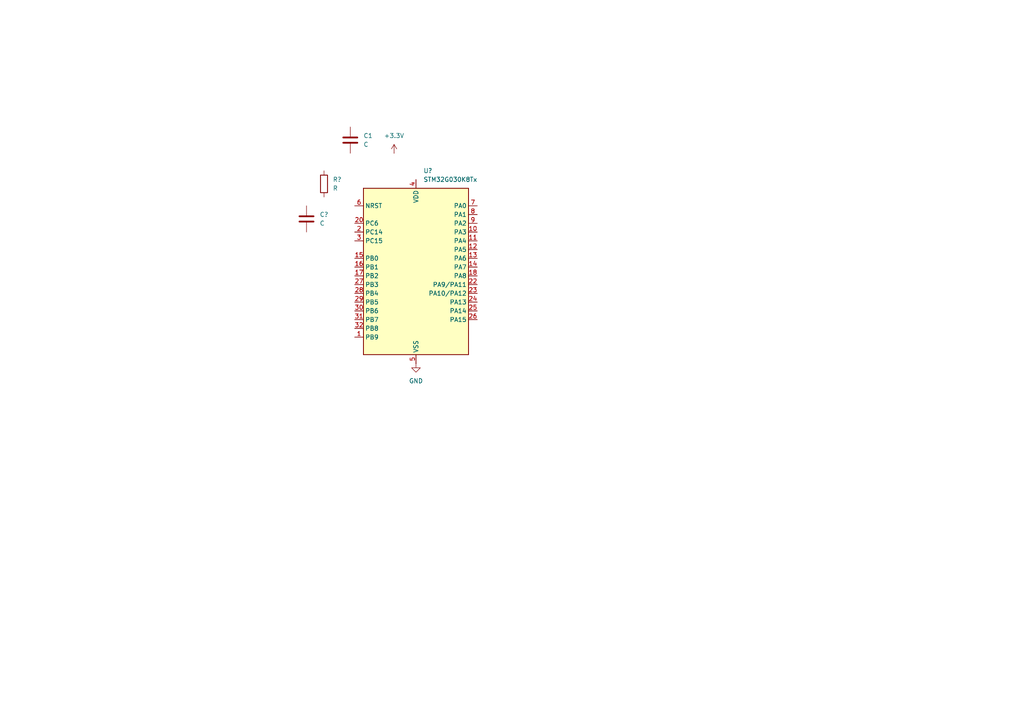
<source format=kicad_sch>
(kicad_sch (version 20250114) (generator "eeschema") (generator_version "9.0")
  (paper "A4")
  (title_block (title "Demo_All_Circuits"))
  (lib_symbols
    (symbol "Device:C" (pin_numbers (hide yes)) (pin_names (offset 0.254))
      (property "Reference" "C" (at 0.635 2.54 0))
      (property "Value" "C" (at 0.635 -2.54 0))
      (symbol "C_0_1"
        (polyline (pts (xy -2.032 0.762) (xy 2.032 0.762)) (stroke (width 0.508)))
        (polyline (pts (xy -2.032 -0.762) (xy 2.032 -0.762)) (stroke (width 0.508)))
      )
      (symbol "C_1_1"
        (pin passive line (at 0 3.81 270) (length 2.794) (name "~") (number "1"))
        (pin passive line (at 0 -3.81 90) (length 2.794) (name "~") (number "2"))
      )
    )
    (symbol "Device:R" (pin_numbers (hide yes)) (pin_names (offset 0))
      (property "Reference" "R" (at 2.032 0 90))
      (property "Value" "R" (at 0 0 90))
      (symbol "R_0_1"
        (rectangle (start -1.016 -2.54) (end 1.016 2.54) (stroke (width 0.254)))
      )
      (symbol "R_1_1"
        (pin passive line (at 0 3.81 270) (length 1.27) (name "~") (number "1"))
        (pin passive line (at 0 -3.81 90) (length 1.27) (name "~") (number "2"))
      )
    )
    (symbol "MCU_ST_STM32G0:STM32G030K8Tx"
      (property "Reference" "U" (at -15.24 26.67 0))
      (property "Value" "STM32G030K8Tx" (at 2.54 26.67 0))
      (symbol "STM32G030K8Tx_0_1"
        (rectangle (start -15.24 -22.86) (end 15.24 25.4) (stroke (width 0.254)) (fill (type background)))
      )
      (symbol "STM32G030K8Tx_1_1"
        (pin input line (at -17.78 20.32 0) (length 2.54) (name "NRST") (number "6"))
        (pin bidirectional line (at -17.78 15.24 0) (length 2.54) (name "PC6") (number "20"))
        (pin bidirectional line (at -17.78 12.7 0) (length 2.54) (name "PC14") (number "2"))
        (pin bidirectional line (at -17.78 10.16 0) (length 2.54) (name "PC15") (number "3"))
        (pin bidirectional line (at -17.78 5.08 0) (length 2.54) (name "PB0") (number "15"))
        (pin bidirectional line (at -17.78 2.54 0) (length 2.54) (name "PB1") (number "16"))
        (pin bidirectional line (at -17.78 0 0) (length 2.54) (name "PB2") (number "17"))
        (pin bidirectional line (at -17.78 -2.54 0) (length 2.54) (name "PB3") (number "27"))
        (pin bidirectional line (at -17.78 -5.08 0) (length 2.54) (name "PB4") (number "28"))
        (pin bidirectional line (at -17.78 -7.62 0) (length 2.54) (name "PB5") (number "29"))
        (pin bidirectional line (at -17.78 -10.16 0) (length 2.54) (name "PB6") (number "30"))
        (pin bidirectional line (at -17.78 -12.7 0) (length 2.54) (name "PB7") (number "31"))
        (pin bidirectional line (at -17.78 -15.24 0) (length 2.54) (name "PB8") (number "32"))
        (pin bidirectional line (at -17.78 -17.78 0) (length 2.54) (name "PB9") (number "1"))
        (pin no_connect line (at -15.24 -20.32 0) (length 2.54) (hide yes) (name "NC/PA10") (number "21"))
        (pin no_connect line (at -15.24 -22.86 0) (length 2.54) (hide yes) (name "NC/PA9") (number "19"))
        (pin power_in line (at 0 27.94 270) (length 2.54) (name "VDD") (number "4"))
        (pin power_in line (at 0 -25.4 90) (length 2.54) (name "VSS") (number "5"))
        (pin bidirectional line (at 17.78 20.32 180) (length 2.54) (name "PA0") (number "7"))
        (pin bidirectional line (at 17.78 17.78 180) (length 2.54) (name "PA1") (number "8"))
        (pin bidirectional line (at 17.78 15.24 180) (length 2.54) (name "PA2") (number "9"))
        (pin bidirectional line (at 17.78 12.7 180) (length 2.54) (name "PA3") (number "10"))
        (pin bidirectional line (at 17.78 10.16 180) (length 2.54) (name "PA4") (number "11"))
        (pin bidirectional line (at 17.78 7.62 180) (length 2.54) (name "PA5") (number "12"))
        (pin bidirectional line (at 17.78 5.08 180) (length 2.54) (name "PA6") (number "13"))
        (pin bidirectional line (at 17.78 2.54 180) (length 2.54) (name "PA7") (number "14"))
        (pin bidirectional line (at 17.78 0 180) (length 2.54) (name "PA8") (number "18"))
        (pin bidirectional line (at 17.78 -2.54 180) (length 2.54) (name "PA9/PA11") (number "22"))
        (pin bidirectional line (at 17.78 -5.08 180) (length 2.54) (name "PA10/PA12") (number "23"))
        (pin bidirectional line (at 17.78 -7.62 180) (length 2.54) (name "PA13") (number "24"))
        (pin bidirectional line (at 17.78 -10.16 180) (length 2.54) (name "PA14") (number "25"))
        (pin bidirectional line (at 17.78 -12.7 180) (length 2.54) (name "PA15") (number "26"))
      )
    )
    (symbol "power:+3.3V" (power) (pin_numbers (hide yes)) (pin_names (offset 0) (hide yes))
      (property "Value" "+3.3V" (at 0 3.556 0))
      (symbol "+3.3V_0_1"
        (polyline (pts (xy -0.762 1.27) (xy 0 2.54)))
        (polyline (pts (xy 0 2.54) (xy 0.762 1.27)))
        (polyline (pts (xy 0 0) (xy 0 2.54)))
      )
      (symbol "+3.3V_1_1"
        (pin power_in line (at 0 0 90) (length 0) (name "~") (number "1"))
      )
    )
    (symbol "power:GND" (power) (pin_numbers (hide yes)) (pin_names (offset 0) (hide yes))
      (property "Value" "GND" (at 0 -3.81 0))
      (symbol "GND_0_1"
        (polyline (pts (xy 0 0) (xy 0 -1.27) (xy 1.27 -1.27) (xy 0 -2.54) (xy -1.27 -1.27) (xy 0 -1.27)))
      )
      (symbol "GND_1_1"
        (pin power_in line (at 0 0 270) (length 0) (name "~") (number "1"))
      )
    )
  )
  (symbol (lib_id "power:GND") (at 120.65 105.41 0) (unit 1)
    (property "Reference" "#PWR01" (effects (hide yes)))
    (property "Value" "GND" (at 120.65 110.49 0))
    (property "Description" "Power symbol creates a global label with name \"GND\" , ground" (effects (hide yes)))
  )
  (symbol (lib_id "Device:R") (at 93.98 53.34 0) (unit 1)
    (property "Reference" "R?" (at 96.52 52.0699 0) (effects (justify left)))
    (property "Value" "R" (at 96.52 54.6099 0) (effects (justify left)))
    (property "Description" "Resistor" (effects (hide yes)))
  )
  (symbol (lib_id "Device:C") (at 101.6 40.64 0) (unit 1)
    (property "Reference" "C1" (at 105.41 39.3699 0) (effects (justify left)))
    (property "Value" "C" (at 105.41 41.9099 0) (effects (justify left)))
    (property "Description" "Unpolarized capacitor" (effects (hide yes)))
  )
  (symbol (lib_id "Device:C") (at 88.9 63.5 0) (unit 1)
    (property "Reference" "C?" (at 92.71 62.2299 0) (effects (justify left)))
    (property "Value" "C" (at 92.71 64.7699 0) (effects (justify left)))
    (property "Description" "Unpolarized capacitor" (effects (hide yes)))
  )
  (symbol (lib_id "MCU_ST_STM32G0:STM32G030K8Tx") (at 120.65 80.01 0) (unit 1)
    (property "Reference" "U?" (at 122.7933 49.53 0) (effects (justify left)))
    (property "Value" "STM32G030K8Tx" (at 122.7933 52.07 0) (effects (justify left)))
    (property "Footprint" "Package_QFP:LQFP-32_7x7mm_P0.8mm" (effects (hide yes)))
    (property "Datasheet" "https://www.st.com/resource/en/datasheet/stm32g030k8.pdf" (effects (hide yes)))
    (property "Description" "STMicroelectronics Arm Cortex-M0+ MCU, 64KB flash, 8KB RAM, 64 MHz, 2.0-3.6V, 29 GPIO, LQFP32" (effects (hide yes)))
  )
  (symbol (lib_id "power:+3.3V") (at 114.3 44.45 0) (unit 1)
    (property "Reference" "#PWR02" (effects (hide yes)))
    (property "Value" "+3.3V" (at 114.3 39.37 0))
    (property "Description" "Power symbol creates a global label with name \"+3.3V\"" (effects (hide yes)))
  )
)
</source>
